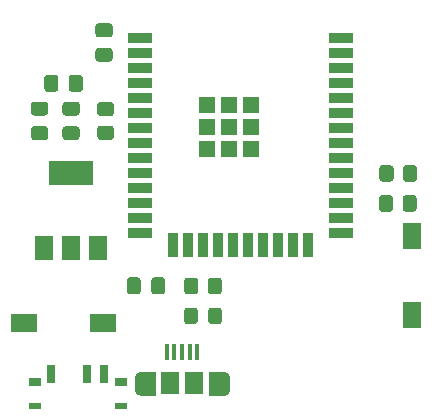
<source format=gtp>
G04 #@! TF.GenerationSoftware,KiCad,Pcbnew,(5.1.9)-1*
G04 #@! TF.CreationDate,2021-04-10T16:29:16+02:00*
G04 #@! TF.ProjectId,eerste_versie,65657273-7465-45f7-9665-727369652e6b,rev?*
G04 #@! TF.SameCoordinates,Original*
G04 #@! TF.FileFunction,Paste,Top*
G04 #@! TF.FilePolarity,Positive*
%FSLAX46Y46*%
G04 Gerber Fmt 4.6, Leading zero omitted, Abs format (unit mm)*
G04 Created by KiCad (PCBNEW (5.1.9)-1) date 2021-04-10 16:29:16*
%MOMM*%
%LPD*%
G01*
G04 APERTURE LIST*
%ADD10C,0.000100*%
%ADD11R,0.998220X0.797560*%
%ADD12R,0.998220X0.599440*%
%ADD13R,0.698500X1.498600*%
%ADD14R,0.400000X1.350000*%
%ADD15R,1.500000X1.900000*%
%ADD16R,2.300000X1.500000*%
%ADD17R,1.500000X2.300000*%
%ADD18R,3.800000X2.000000*%
%ADD19R,1.500000X2.000000*%
%ADD20R,1.330000X1.330000*%
%ADD21R,0.900000X2.000000*%
%ADD22R,2.000000X0.900000*%
G04 APERTURE END LIST*
D10*
G36*
X138628000Y-134940000D02*
G01*
X137428000Y-134940000D01*
X137428000Y-136840000D01*
X138628000Y-136840000D01*
X138652860Y-136839349D01*
X138677651Y-136837398D01*
X138702306Y-136834152D01*
X138726758Y-136829620D01*
X138750939Y-136823815D01*
X138774783Y-136816752D01*
X138798225Y-136808451D01*
X138821200Y-136798934D01*
X138843645Y-136788228D01*
X138865500Y-136776362D01*
X138886704Y-136763369D01*
X138907198Y-136749283D01*
X138926927Y-136734144D01*
X138945837Y-136717994D01*
X138963876Y-136700876D01*
X138980994Y-136682837D01*
X138997144Y-136663927D01*
X139012283Y-136644198D01*
X139026369Y-136623704D01*
X139039362Y-136602500D01*
X139051228Y-136580645D01*
X139061934Y-136558200D01*
X139071451Y-136535225D01*
X139079752Y-136511783D01*
X139086815Y-136487939D01*
X139092620Y-136463758D01*
X139097152Y-136439306D01*
X139100398Y-136414651D01*
X139102349Y-136389860D01*
X139103000Y-136365000D01*
X139103000Y-135415000D01*
X139102349Y-135390140D01*
X139100398Y-135365349D01*
X139097152Y-135340694D01*
X139092620Y-135316242D01*
X139086815Y-135292061D01*
X139079752Y-135268217D01*
X139071451Y-135244775D01*
X139061934Y-135221800D01*
X139051228Y-135199355D01*
X139039362Y-135177500D01*
X139026369Y-135156296D01*
X139012283Y-135135802D01*
X138997144Y-135116073D01*
X138980994Y-135097163D01*
X138963876Y-135079124D01*
X138945837Y-135062006D01*
X138926927Y-135045856D01*
X138907198Y-135030717D01*
X138886704Y-135016631D01*
X138865500Y-135003638D01*
X138843645Y-134991772D01*
X138821200Y-134981066D01*
X138798225Y-134971549D01*
X138774783Y-134963248D01*
X138750939Y-134956185D01*
X138726758Y-134950380D01*
X138702306Y-134945848D01*
X138677651Y-134942602D01*
X138652860Y-134940651D01*
X138628000Y-134940000D01*
G37*
X138628000Y-134940000D02*
X137428000Y-134940000D01*
X137428000Y-136840000D01*
X138628000Y-136840000D01*
X138652860Y-136839349D01*
X138677651Y-136837398D01*
X138702306Y-136834152D01*
X138726758Y-136829620D01*
X138750939Y-136823815D01*
X138774783Y-136816752D01*
X138798225Y-136808451D01*
X138821200Y-136798934D01*
X138843645Y-136788228D01*
X138865500Y-136776362D01*
X138886704Y-136763369D01*
X138907198Y-136749283D01*
X138926927Y-136734144D01*
X138945837Y-136717994D01*
X138963876Y-136700876D01*
X138980994Y-136682837D01*
X138997144Y-136663927D01*
X139012283Y-136644198D01*
X139026369Y-136623704D01*
X139039362Y-136602500D01*
X139051228Y-136580645D01*
X139061934Y-136558200D01*
X139071451Y-136535225D01*
X139079752Y-136511783D01*
X139086815Y-136487939D01*
X139092620Y-136463758D01*
X139097152Y-136439306D01*
X139100398Y-136414651D01*
X139102349Y-136389860D01*
X139103000Y-136365000D01*
X139103000Y-135415000D01*
X139102349Y-135390140D01*
X139100398Y-135365349D01*
X139097152Y-135340694D01*
X139092620Y-135316242D01*
X139086815Y-135292061D01*
X139079752Y-135268217D01*
X139071451Y-135244775D01*
X139061934Y-135221800D01*
X139051228Y-135199355D01*
X139039362Y-135177500D01*
X139026369Y-135156296D01*
X139012283Y-135135802D01*
X138997144Y-135116073D01*
X138980994Y-135097163D01*
X138963876Y-135079124D01*
X138945837Y-135062006D01*
X138926927Y-135045856D01*
X138907198Y-135030717D01*
X138886704Y-135016631D01*
X138865500Y-135003638D01*
X138843645Y-134991772D01*
X138821200Y-134981066D01*
X138798225Y-134971549D01*
X138774783Y-134963248D01*
X138750939Y-134956185D01*
X138726758Y-134950380D01*
X138702306Y-134945848D01*
X138677651Y-134942602D01*
X138652860Y-134940651D01*
X138628000Y-134940000D01*
G36*
X131628000Y-134940000D02*
G01*
X132828000Y-134940000D01*
X132828000Y-136840000D01*
X131628000Y-136840000D01*
X131603140Y-136839349D01*
X131578349Y-136837398D01*
X131553694Y-136834152D01*
X131529242Y-136829620D01*
X131505061Y-136823815D01*
X131481217Y-136816752D01*
X131457775Y-136808451D01*
X131434800Y-136798934D01*
X131412355Y-136788228D01*
X131390500Y-136776362D01*
X131369296Y-136763369D01*
X131348802Y-136749283D01*
X131329073Y-136734144D01*
X131310163Y-136717994D01*
X131292124Y-136700876D01*
X131275006Y-136682837D01*
X131258856Y-136663927D01*
X131243717Y-136644198D01*
X131229631Y-136623704D01*
X131216638Y-136602500D01*
X131204772Y-136580645D01*
X131194066Y-136558200D01*
X131184549Y-136535225D01*
X131176248Y-136511783D01*
X131169185Y-136487939D01*
X131163380Y-136463758D01*
X131158848Y-136439306D01*
X131155602Y-136414651D01*
X131153651Y-136389860D01*
X131153000Y-136365000D01*
X131153000Y-135415000D01*
X131153651Y-135390140D01*
X131155602Y-135365349D01*
X131158848Y-135340694D01*
X131163380Y-135316242D01*
X131169185Y-135292061D01*
X131176248Y-135268217D01*
X131184549Y-135244775D01*
X131194066Y-135221800D01*
X131204772Y-135199355D01*
X131216638Y-135177500D01*
X131229631Y-135156296D01*
X131243717Y-135135802D01*
X131258856Y-135116073D01*
X131275006Y-135097163D01*
X131292124Y-135079124D01*
X131310163Y-135062006D01*
X131329073Y-135045856D01*
X131348802Y-135030717D01*
X131369296Y-135016631D01*
X131390500Y-135003638D01*
X131412355Y-134991772D01*
X131434800Y-134981066D01*
X131457775Y-134971549D01*
X131481217Y-134963248D01*
X131505061Y-134956185D01*
X131529242Y-134950380D01*
X131553694Y-134945848D01*
X131578349Y-134942602D01*
X131603140Y-134940651D01*
X131628000Y-134940000D01*
G37*
X131628000Y-134940000D02*
X132828000Y-134940000D01*
X132828000Y-136840000D01*
X131628000Y-136840000D01*
X131603140Y-136839349D01*
X131578349Y-136837398D01*
X131553694Y-136834152D01*
X131529242Y-136829620D01*
X131505061Y-136823815D01*
X131481217Y-136816752D01*
X131457775Y-136808451D01*
X131434800Y-136798934D01*
X131412355Y-136788228D01*
X131390500Y-136776362D01*
X131369296Y-136763369D01*
X131348802Y-136749283D01*
X131329073Y-136734144D01*
X131310163Y-136717994D01*
X131292124Y-136700876D01*
X131275006Y-136682837D01*
X131258856Y-136663927D01*
X131243717Y-136644198D01*
X131229631Y-136623704D01*
X131216638Y-136602500D01*
X131204772Y-136580645D01*
X131194066Y-136558200D01*
X131184549Y-136535225D01*
X131176248Y-136511783D01*
X131169185Y-136487939D01*
X131163380Y-136463758D01*
X131158848Y-136439306D01*
X131155602Y-136414651D01*
X131153651Y-136389860D01*
X131153000Y-136365000D01*
X131153000Y-135415000D01*
X131153651Y-135390140D01*
X131155602Y-135365349D01*
X131158848Y-135340694D01*
X131163380Y-135316242D01*
X131169185Y-135292061D01*
X131176248Y-135268217D01*
X131184549Y-135244775D01*
X131194066Y-135221800D01*
X131204772Y-135199355D01*
X131216638Y-135177500D01*
X131229631Y-135156296D01*
X131243717Y-135135802D01*
X131258856Y-135116073D01*
X131275006Y-135097163D01*
X131292124Y-135079124D01*
X131310163Y-135062006D01*
X131329073Y-135045856D01*
X131348802Y-135030717D01*
X131369296Y-135016631D01*
X131390500Y-135003638D01*
X131412355Y-134991772D01*
X131434800Y-134981066D01*
X131457775Y-134971549D01*
X131481217Y-134963248D01*
X131505061Y-134956185D01*
X131529242Y-134950380D01*
X131553694Y-134945848D01*
X131578349Y-134942602D01*
X131603140Y-134940651D01*
X131628000Y-134940000D01*
D11*
X122651520Y-135742680D03*
D12*
X122651520Y-137840720D03*
D11*
X129951480Y-135742680D03*
D12*
X129951480Y-137840720D03*
D13*
X124053600Y-135094980D03*
X127050800Y-135094980D03*
X128549400Y-135094980D03*
G36*
G01*
X153032000Y-117659999D02*
X153032000Y-118560001D01*
G75*
G02*
X152782001Y-118810000I-249999J0D01*
G01*
X152081999Y-118810000D01*
G75*
G02*
X151832000Y-118560001I0J249999D01*
G01*
X151832000Y-117659999D01*
G75*
G02*
X152081999Y-117410000I249999J0D01*
G01*
X152782001Y-117410000D01*
G75*
G02*
X153032000Y-117659999I0J-249999D01*
G01*
G37*
G36*
G01*
X155032000Y-117659999D02*
X155032000Y-118560001D01*
G75*
G02*
X154782001Y-118810000I-249999J0D01*
G01*
X154081999Y-118810000D01*
G75*
G02*
X153832000Y-118560001I0J249999D01*
G01*
X153832000Y-117659999D01*
G75*
G02*
X154081999Y-117410000I249999J0D01*
G01*
X154782001Y-117410000D01*
G75*
G02*
X155032000Y-117659999I0J-249999D01*
G01*
G37*
G36*
G01*
X125255000Y-114115000D02*
X126205000Y-114115000D01*
G75*
G02*
X126455000Y-114365000I0J-250000D01*
G01*
X126455000Y-115040000D01*
G75*
G02*
X126205000Y-115290000I-250000J0D01*
G01*
X125255000Y-115290000D01*
G75*
G02*
X125005000Y-115040000I0J250000D01*
G01*
X125005000Y-114365000D01*
G75*
G02*
X125255000Y-114115000I250000J0D01*
G01*
G37*
G36*
G01*
X125255000Y-112040000D02*
X126205000Y-112040000D01*
G75*
G02*
X126455000Y-112290000I0J-250000D01*
G01*
X126455000Y-112965000D01*
G75*
G02*
X126205000Y-113215000I-250000J0D01*
G01*
X125255000Y-113215000D01*
G75*
G02*
X125005000Y-112965000I0J250000D01*
G01*
X125005000Y-112290000D01*
G75*
G02*
X125255000Y-112040000I250000J0D01*
G01*
G37*
G36*
G01*
X123538000Y-113215000D02*
X122588000Y-113215000D01*
G75*
G02*
X122338000Y-112965000I0J250000D01*
G01*
X122338000Y-112290000D01*
G75*
G02*
X122588000Y-112040000I250000J0D01*
G01*
X123538000Y-112040000D01*
G75*
G02*
X123788000Y-112290000I0J-250000D01*
G01*
X123788000Y-112965000D01*
G75*
G02*
X123538000Y-113215000I-250000J0D01*
G01*
G37*
G36*
G01*
X123538000Y-115290000D02*
X122588000Y-115290000D01*
G75*
G02*
X122338000Y-115040000I0J250000D01*
G01*
X122338000Y-114365000D01*
G75*
G02*
X122588000Y-114115000I250000J0D01*
G01*
X123538000Y-114115000D01*
G75*
G02*
X123788000Y-114365000I0J-250000D01*
G01*
X123788000Y-115040000D01*
G75*
G02*
X123538000Y-115290000I-250000J0D01*
G01*
G37*
D14*
X136428000Y-133215000D03*
X135778000Y-133215000D03*
X135128000Y-133215000D03*
X134478000Y-133215000D03*
X133828000Y-133215000D03*
D15*
X136128000Y-135890000D03*
X134128000Y-135890000D03*
D16*
X128445000Y-130810000D03*
X121745000Y-130810000D03*
D17*
X154559000Y-123396000D03*
X154559000Y-130096000D03*
G36*
G01*
X136506000Y-127184999D02*
X136506000Y-128085001D01*
G75*
G02*
X136256001Y-128335000I-249999J0D01*
G01*
X135555999Y-128335000D01*
G75*
G02*
X135306000Y-128085001I0J249999D01*
G01*
X135306000Y-127184999D01*
G75*
G02*
X135555999Y-126935000I249999J0D01*
G01*
X136256001Y-126935000D01*
G75*
G02*
X136506000Y-127184999I0J-249999D01*
G01*
G37*
G36*
G01*
X138506000Y-127184999D02*
X138506000Y-128085001D01*
G75*
G02*
X138256001Y-128335000I-249999J0D01*
G01*
X137555999Y-128335000D01*
G75*
G02*
X137306000Y-128085001I0J249999D01*
G01*
X137306000Y-127184999D01*
G75*
G02*
X137555999Y-126935000I249999J0D01*
G01*
X138256001Y-126935000D01*
G75*
G02*
X138506000Y-127184999I0J-249999D01*
G01*
G37*
G36*
G01*
X137356000Y-130625001D02*
X137356000Y-129724999D01*
G75*
G02*
X137605999Y-129475000I249999J0D01*
G01*
X138256001Y-129475000D01*
G75*
G02*
X138506000Y-129724999I0J-249999D01*
G01*
X138506000Y-130625001D01*
G75*
G02*
X138256001Y-130875000I-249999J0D01*
G01*
X137605999Y-130875000D01*
G75*
G02*
X137356000Y-130625001I0J249999D01*
G01*
G37*
G36*
G01*
X135306000Y-130625001D02*
X135306000Y-129724999D01*
G75*
G02*
X135555999Y-129475000I249999J0D01*
G01*
X136206001Y-129475000D01*
G75*
G02*
X136456000Y-129724999I0J-249999D01*
G01*
X136456000Y-130625001D01*
G75*
G02*
X136206001Y-130875000I-249999J0D01*
G01*
X135555999Y-130875000D01*
G75*
G02*
X135306000Y-130625001I0J249999D01*
G01*
G37*
G36*
G01*
X126720000Y-110015000D02*
X126720000Y-110965000D01*
G75*
G02*
X126470000Y-111215000I-250000J0D01*
G01*
X125795000Y-111215000D01*
G75*
G02*
X125545000Y-110965000I0J250000D01*
G01*
X125545000Y-110015000D01*
G75*
G02*
X125795000Y-109765000I250000J0D01*
G01*
X126470000Y-109765000D01*
G75*
G02*
X126720000Y-110015000I0J-250000D01*
G01*
G37*
G36*
G01*
X124645000Y-110015000D02*
X124645000Y-110965000D01*
G75*
G02*
X124395000Y-111215000I-250000J0D01*
G01*
X123720000Y-111215000D01*
G75*
G02*
X123470000Y-110965000I0J250000D01*
G01*
X123470000Y-110015000D01*
G75*
G02*
X123720000Y-109765000I250000J0D01*
G01*
X124395000Y-109765000D01*
G75*
G02*
X124645000Y-110015000I0J-250000D01*
G01*
G37*
G36*
G01*
X153000000Y-120199999D02*
X153000000Y-121100001D01*
G75*
G02*
X152750001Y-121350000I-249999J0D01*
G01*
X152049999Y-121350000D01*
G75*
G02*
X151800000Y-121100001I0J249999D01*
G01*
X151800000Y-120199999D01*
G75*
G02*
X152049999Y-119950000I249999J0D01*
G01*
X152750001Y-119950000D01*
G75*
G02*
X153000000Y-120199999I0J-249999D01*
G01*
G37*
G36*
G01*
X155000000Y-120199999D02*
X155000000Y-121100001D01*
G75*
G02*
X154750001Y-121350000I-249999J0D01*
G01*
X154049999Y-121350000D01*
G75*
G02*
X153800000Y-121100001I0J249999D01*
G01*
X153800000Y-120199999D01*
G75*
G02*
X154049999Y-119950000I249999J0D01*
G01*
X154750001Y-119950000D01*
G75*
G02*
X155000000Y-120199999I0J-249999D01*
G01*
G37*
G36*
G01*
X128049000Y-107489500D02*
X128999000Y-107489500D01*
G75*
G02*
X129249000Y-107739500I0J-250000D01*
G01*
X129249000Y-108414500D01*
G75*
G02*
X128999000Y-108664500I-250000J0D01*
G01*
X128049000Y-108664500D01*
G75*
G02*
X127799000Y-108414500I0J250000D01*
G01*
X127799000Y-107739500D01*
G75*
G02*
X128049000Y-107489500I250000J0D01*
G01*
G37*
G36*
G01*
X128049000Y-105414500D02*
X128999000Y-105414500D01*
G75*
G02*
X129249000Y-105664500I0J-250000D01*
G01*
X129249000Y-106339500D01*
G75*
G02*
X128999000Y-106589500I-250000J0D01*
G01*
X128049000Y-106589500D01*
G75*
G02*
X127799000Y-106339500I0J250000D01*
G01*
X127799000Y-105664500D01*
G75*
G02*
X128049000Y-105414500I250000J0D01*
G01*
G37*
G36*
G01*
X130455000Y-128110000D02*
X130455000Y-127160000D01*
G75*
G02*
X130705000Y-126910000I250000J0D01*
G01*
X131380000Y-126910000D01*
G75*
G02*
X131630000Y-127160000I0J-250000D01*
G01*
X131630000Y-128110000D01*
G75*
G02*
X131380000Y-128360000I-250000J0D01*
G01*
X130705000Y-128360000D01*
G75*
G02*
X130455000Y-128110000I0J250000D01*
G01*
G37*
G36*
G01*
X132530000Y-128110000D02*
X132530000Y-127160000D01*
G75*
G02*
X132780000Y-126910000I250000J0D01*
G01*
X133455000Y-126910000D01*
G75*
G02*
X133705000Y-127160000I0J-250000D01*
G01*
X133705000Y-128110000D01*
G75*
G02*
X133455000Y-128360000I-250000J0D01*
G01*
X132780000Y-128360000D01*
G75*
G02*
X132530000Y-128110000I0J250000D01*
G01*
G37*
D18*
X125730000Y-118110000D03*
D19*
X125730000Y-124410000D03*
X128030000Y-124410000D03*
X123430000Y-124410000D03*
D20*
X140925000Y-116015000D03*
X137255000Y-116015000D03*
X139090000Y-116015000D03*
X140925000Y-112345000D03*
X137255000Y-112345000D03*
X139090000Y-112345000D03*
X140925000Y-114180000D03*
X137255000Y-114180000D03*
X139090000Y-114180000D03*
D21*
X134375000Y-124190000D03*
X135645000Y-124190000D03*
X136915000Y-124190000D03*
X138185000Y-124190000D03*
X139455000Y-124190000D03*
X145805000Y-124190000D03*
X144535000Y-124190000D03*
X143265000Y-124190000D03*
X141995000Y-124190000D03*
X140725000Y-124190000D03*
D22*
X148590000Y-106680000D03*
X148590000Y-107950000D03*
X148590000Y-109220000D03*
X148590000Y-110490000D03*
X148590000Y-111760000D03*
X148590000Y-113030000D03*
X148590000Y-114300000D03*
X148590000Y-115570000D03*
X148590000Y-116840000D03*
X148590000Y-118110000D03*
X148590000Y-119380000D03*
X148590000Y-120650000D03*
X148590000Y-121920000D03*
X148590000Y-123190000D03*
X131590000Y-106680000D03*
X131590000Y-107950000D03*
X131590000Y-109220000D03*
X131590000Y-110490000D03*
X131590000Y-111760000D03*
X131590000Y-113030000D03*
X131590000Y-114300000D03*
X131590000Y-115570000D03*
X131590000Y-116840000D03*
X131590000Y-118110000D03*
X131590000Y-119380000D03*
X131590000Y-120650000D03*
X131590000Y-121920000D03*
X131590000Y-123190000D03*
G36*
G01*
X129101001Y-113265000D02*
X128200999Y-113265000D01*
G75*
G02*
X127951000Y-113015001I0J249999D01*
G01*
X127951000Y-112314999D01*
G75*
G02*
X128200999Y-112065000I249999J0D01*
G01*
X129101001Y-112065000D01*
G75*
G02*
X129351000Y-112314999I0J-249999D01*
G01*
X129351000Y-113015001D01*
G75*
G02*
X129101001Y-113265000I-249999J0D01*
G01*
G37*
G36*
G01*
X129101001Y-115265000D02*
X128200999Y-115265000D01*
G75*
G02*
X127951000Y-115015001I0J249999D01*
G01*
X127951000Y-114314999D01*
G75*
G02*
X128200999Y-114065000I249999J0D01*
G01*
X129101001Y-114065000D01*
G75*
G02*
X129351000Y-114314999I0J-249999D01*
G01*
X129351000Y-115015001D01*
G75*
G02*
X129101001Y-115265000I-249999J0D01*
G01*
G37*
M02*

</source>
